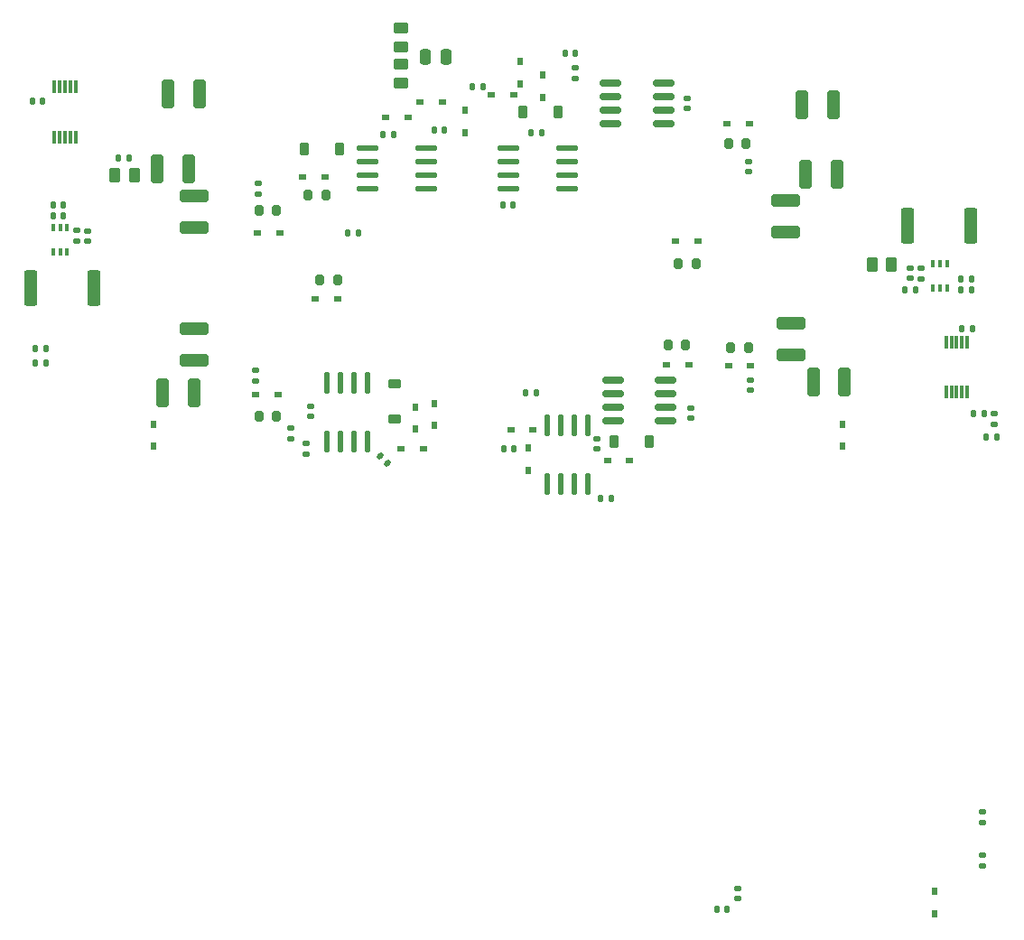
<source format=gbp>
G04 #@! TF.GenerationSoftware,KiCad,Pcbnew,8.0.6*
G04 #@! TF.CreationDate,2025-05-10T14:29:50+10:00*
G04 #@! TF.ProjectId,MPPT_V3,4d505054-5f56-4332-9e6b-696361645f70,rev?*
G04 #@! TF.SameCoordinates,Original*
G04 #@! TF.FileFunction,Paste,Bot*
G04 #@! TF.FilePolarity,Positive*
%FSLAX46Y46*%
G04 Gerber Fmt 4.6, Leading zero omitted, Abs format (unit mm)*
G04 Created by KiCad (PCBNEW 8.0.6) date 2025-05-10 14:29:50*
%MOMM*%
%LPD*%
G01*
G04 APERTURE LIST*
G04 Aperture macros list*
%AMRoundRect*
0 Rectangle with rounded corners*
0 $1 Rounding radius*
0 $2 $3 $4 $5 $6 $7 $8 $9 X,Y pos of 4 corners*
0 Add a 4 corners polygon primitive as box body*
4,1,4,$2,$3,$4,$5,$6,$7,$8,$9,$2,$3,0*
0 Add four circle primitives for the rounded corners*
1,1,$1+$1,$2,$3*
1,1,$1+$1,$4,$5*
1,1,$1+$1,$6,$7*
1,1,$1+$1,$8,$9*
0 Add four rect primitives between the rounded corners*
20,1,$1+$1,$2,$3,$4,$5,0*
20,1,$1+$1,$4,$5,$6,$7,0*
20,1,$1+$1,$6,$7,$8,$9,0*
20,1,$1+$1,$8,$9,$2,$3,0*%
G04 Aperture macros list end*
%ADD10RoundRect,0.250000X-1.100000X0.325000X-1.100000X-0.325000X1.100000X-0.325000X1.100000X0.325000X0*%
%ADD11RoundRect,0.250000X-0.250000X-0.475000X0.250000X-0.475000X0.250000X0.475000X-0.250000X0.475000X0*%
%ADD12RoundRect,0.225000X-0.225000X-0.375000X0.225000X-0.375000X0.225000X0.375000X-0.225000X0.375000X0*%
%ADD13R,0.780000X0.500000*%
%ADD14R,0.300000X1.300000*%
%ADD15RoundRect,0.140000X0.170000X-0.140000X0.170000X0.140000X-0.170000X0.140000X-0.170000X-0.140000X0*%
%ADD16RoundRect,0.200000X-0.200000X-0.275000X0.200000X-0.275000X0.200000X0.275000X-0.200000X0.275000X0*%
%ADD17RoundRect,0.250000X0.325000X1.100000X-0.325000X1.100000X-0.325000X-1.100000X0.325000X-1.100000X0*%
%ADD18O,2.050000X0.590000*%
%ADD19RoundRect,0.140000X0.140000X0.170000X-0.140000X0.170000X-0.140000X-0.170000X0.140000X-0.170000X0*%
%ADD20RoundRect,0.250000X0.262500X0.450000X-0.262500X0.450000X-0.262500X-0.450000X0.262500X-0.450000X0*%
%ADD21RoundRect,0.135000X-0.135000X-0.185000X0.135000X-0.185000X0.135000X0.185000X-0.135000X0.185000X0*%
%ADD22RoundRect,0.150000X-0.825000X-0.150000X0.825000X-0.150000X0.825000X0.150000X-0.825000X0.150000X0*%
%ADD23RoundRect,0.140000X-0.170000X0.140000X-0.170000X-0.140000X0.170000X-0.140000X0.170000X0.140000X0*%
%ADD24RoundRect,0.140000X-0.140000X-0.170000X0.140000X-0.170000X0.140000X0.170000X-0.140000X0.170000X0*%
%ADD25RoundRect,0.135000X0.185000X-0.135000X0.185000X0.135000X-0.185000X0.135000X-0.185000X-0.135000X0*%
%ADD26R,0.500000X0.780000*%
%ADD27RoundRect,0.135000X0.135000X0.185000X-0.135000X0.185000X-0.135000X-0.185000X0.135000X-0.185000X0*%
%ADD28RoundRect,0.250000X0.362500X1.425000X-0.362500X1.425000X-0.362500X-1.425000X0.362500X-1.425000X0*%
%ADD29RoundRect,0.200000X0.200000X0.275000X-0.200000X0.275000X-0.200000X-0.275000X0.200000X-0.275000X0*%
%ADD30RoundRect,0.225000X-0.375000X0.225000X-0.375000X-0.225000X0.375000X-0.225000X0.375000X0.225000X0*%
%ADD31R,0.400000X0.800000*%
%ADD32RoundRect,0.250000X-0.362500X-1.425000X0.362500X-1.425000X0.362500X1.425000X-0.362500X1.425000X0*%
%ADD33RoundRect,0.250000X-0.325000X-1.100000X0.325000X-1.100000X0.325000X1.100000X-0.325000X1.100000X0*%
%ADD34RoundRect,0.250000X-0.262500X-0.450000X0.262500X-0.450000X0.262500X0.450000X-0.262500X0.450000X0*%
%ADD35RoundRect,0.135000X-0.185000X0.135000X-0.185000X-0.135000X0.185000X-0.135000X0.185000X0.135000X0*%
%ADD36RoundRect,0.250000X1.100000X-0.325000X1.100000X0.325000X-1.100000X0.325000X-1.100000X-0.325000X0*%
%ADD37RoundRect,0.225000X0.225000X0.375000X-0.225000X0.375000X-0.225000X-0.375000X0.225000X-0.375000X0*%
%ADD38O,0.590000X2.050000*%
%ADD39RoundRect,0.250000X-0.450000X0.262500X-0.450000X-0.262500X0.450000X-0.262500X0.450000X0.262500X0*%
%ADD40RoundRect,0.140000X0.219203X0.021213X0.021213X0.219203X-0.219203X-0.021213X-0.021213X-0.219203X0*%
%ADD41RoundRect,0.150000X0.825000X0.150000X-0.825000X0.150000X-0.825000X-0.150000X0.825000X-0.150000X0*%
G04 APERTURE END LIST*
D10*
X101000000Y-75550000D03*
X101000000Y-78500000D03*
D11*
X122700000Y-62500000D03*
X124600000Y-62500000D03*
D12*
X131800000Y-67700000D03*
X135100000Y-67700000D03*
D13*
X120420000Y-99250000D03*
X122500000Y-99250000D03*
D14*
X173500000Y-93950000D03*
X173000000Y-93950000D03*
X172500000Y-93950000D03*
X172000000Y-93950000D03*
X171500000Y-93950000D03*
X171500000Y-89250000D03*
X172000000Y-89250000D03*
X172500000Y-89250000D03*
X173000000Y-89250000D03*
X173500000Y-89250000D03*
D15*
X106800000Y-92880000D03*
X106800000Y-91920000D03*
D16*
X151300000Y-89800000D03*
X152950000Y-89800000D03*
D17*
X100500000Y-73000000D03*
X97550000Y-73000000D03*
D18*
X130460000Y-74910000D03*
X130460000Y-73630000D03*
X130460000Y-72370000D03*
X130460000Y-71100000D03*
X136000000Y-71100000D03*
X136000000Y-72370000D03*
X136000000Y-73630000D03*
X136000000Y-74910000D03*
D17*
X101475000Y-66000000D03*
X98525000Y-66000000D03*
D19*
X140100000Y-103900000D03*
X139140000Y-103900000D03*
D13*
X147405000Y-91400000D03*
X145325000Y-91400000D03*
D20*
X95415000Y-73650000D03*
X93590000Y-73650000D03*
D13*
X106760000Y-94200000D03*
X108840000Y-94200000D03*
D21*
X86080000Y-89850000D03*
X87100000Y-89850000D03*
D18*
X122770000Y-71090000D03*
X122770000Y-72370000D03*
X122770000Y-73630000D03*
X122770000Y-74900000D03*
X117230000Y-74900000D03*
X117230000Y-73630000D03*
X117230000Y-72370000D03*
X117230000Y-71090000D03*
D19*
X86790000Y-66700000D03*
X85830000Y-66700000D03*
D22*
X140050000Y-68810000D03*
X140050000Y-67540000D03*
X140050000Y-66270000D03*
X140050000Y-65000000D03*
X145000000Y-65000000D03*
X145000000Y-66270000D03*
X145000000Y-67540000D03*
X145000000Y-68810000D03*
D23*
X138800000Y-98320000D03*
X138800000Y-99280000D03*
D24*
X87790000Y-77400000D03*
X88750000Y-77400000D03*
D13*
X128860000Y-66100000D03*
X130940000Y-66100000D03*
D15*
X107000000Y-75360000D03*
X107000000Y-74400000D03*
D25*
X110100000Y-98319998D03*
X110100000Y-97300000D03*
D26*
X121750000Y-97440000D03*
X121750000Y-95360000D03*
D19*
X124480000Y-69400000D03*
X123520000Y-69400000D03*
D27*
X116409999Y-79000000D03*
X115390001Y-79000000D03*
D24*
X132620000Y-69600000D03*
X133580000Y-69600000D03*
D28*
X91625000Y-84200000D03*
X85700000Y-84200000D03*
D26*
X132300000Y-101280000D03*
X132300000Y-99200000D03*
D29*
X113325000Y-75500000D03*
X111675000Y-75500000D03*
D30*
X119760589Y-93210589D03*
X119760589Y-96510589D03*
D31*
X87800000Y-78500000D03*
X88450000Y-78500000D03*
X89100000Y-78500000D03*
X89100000Y-80800000D03*
X88450000Y-80800000D03*
X87800000Y-80800000D03*
D25*
X174950000Y-134350000D03*
X174950000Y-133330000D03*
D32*
X167875000Y-78400000D03*
X173800000Y-78400000D03*
D17*
X101000000Y-94000000D03*
X98050000Y-94000000D03*
D25*
X176000000Y-97020000D03*
X176000000Y-96000000D03*
D16*
X145450000Y-89500000D03*
X147100000Y-89500000D03*
D21*
X86090000Y-91250000D03*
X87110000Y-91250000D03*
D23*
X90000000Y-78800000D03*
X90000000Y-79760000D03*
D15*
X169150000Y-83330000D03*
X169150000Y-82370000D03*
D16*
X151100000Y-70650000D03*
X152750000Y-70650000D03*
D26*
X126400000Y-69640000D03*
X126400000Y-67560000D03*
D15*
X111960589Y-96260589D03*
X111960589Y-95300589D03*
D33*
X158000000Y-67000000D03*
X160950000Y-67000000D03*
D13*
X130685000Y-97500000D03*
X132765000Y-97500000D03*
X121040000Y-68200000D03*
X118960000Y-68200000D03*
D16*
X146425000Y-81900000D03*
X148075000Y-81900000D03*
D26*
X170400000Y-140760000D03*
X170400000Y-142840000D03*
X131600000Y-62960000D03*
X131600000Y-65040000D03*
D34*
X164562500Y-81975000D03*
X166387500Y-81975000D03*
D24*
X173010000Y-88000000D03*
X173970000Y-88000000D03*
D35*
X174950000Y-137340000D03*
X174950000Y-138360000D03*
D13*
X139760000Y-100400000D03*
X141840000Y-100400000D03*
D21*
X174050000Y-95950000D03*
X175070000Y-95950000D03*
D13*
X153190000Y-91500000D03*
X151110000Y-91500000D03*
D19*
X150980000Y-142450000D03*
X150020000Y-142450000D03*
D23*
X152000000Y-140470000D03*
X152000000Y-141430000D03*
D29*
X114425000Y-83400000D03*
X112775000Y-83400000D03*
D14*
X89900000Y-70050000D03*
X89400000Y-70050000D03*
X88900000Y-70050000D03*
X88400000Y-70050000D03*
X87900000Y-70050000D03*
X87900000Y-65350000D03*
X88400000Y-65350000D03*
X88900000Y-65350000D03*
X89400000Y-65350000D03*
X89900000Y-65350000D03*
D31*
X171600000Y-84200000D03*
X170950000Y-84200000D03*
X170300000Y-84200000D03*
X170300000Y-81900000D03*
X170950000Y-81900000D03*
X171600000Y-81900000D03*
D36*
X157000000Y-90450000D03*
X157000000Y-87500000D03*
D23*
X153000000Y-72320000D03*
X153000000Y-73280000D03*
D15*
X168150000Y-83310000D03*
X168150000Y-82350000D03*
D29*
X108725000Y-96200000D03*
X107075000Y-96200000D03*
D26*
X123500000Y-97100589D03*
X123500000Y-95020589D03*
D23*
X153200000Y-92840000D03*
X153200000Y-93800000D03*
D13*
X106960000Y-79000000D03*
X109040000Y-79000000D03*
D23*
X147600000Y-95440000D03*
X147600000Y-96400000D03*
D19*
X128060000Y-65300000D03*
X127100000Y-65300000D03*
D12*
X140350000Y-98600000D03*
X143650000Y-98600000D03*
D21*
X175230000Y-98150000D03*
X176250000Y-98150000D03*
D13*
X112360000Y-85200000D03*
X114440000Y-85200000D03*
D19*
X130900000Y-76400000D03*
X129940000Y-76400000D03*
D37*
X114650000Y-71200000D03*
X111350000Y-71200000D03*
D33*
X159050000Y-93000000D03*
X162000000Y-93000000D03*
D13*
X148240000Y-79800000D03*
X146160000Y-79800000D03*
D24*
X172920000Y-84350000D03*
X173880000Y-84350000D03*
X135800000Y-62200000D03*
X136760000Y-62200000D03*
X172920000Y-83330000D03*
X173880000Y-83330000D03*
D35*
X136700000Y-63580002D03*
X136700000Y-64600000D03*
D29*
X108750000Y-76900000D03*
X107100000Y-76900000D03*
D21*
X132090001Y-94000000D03*
X133109999Y-94000000D03*
D38*
X137910000Y-102570000D03*
X136630000Y-102570000D03*
X135370000Y-102570000D03*
X134100000Y-102570000D03*
X134100000Y-97030000D03*
X135370000Y-97030000D03*
X136630000Y-97030000D03*
X137910000Y-97030000D03*
D24*
X87790000Y-76450000D03*
X88750000Y-76450000D03*
D21*
X167640000Y-84350000D03*
X168660000Y-84350000D03*
D38*
X117298089Y-98630589D03*
X116018089Y-98630589D03*
X114758089Y-98630589D03*
X113488089Y-98630589D03*
X113488089Y-93090589D03*
X114758089Y-93090589D03*
X116018089Y-93090589D03*
X117298089Y-93090589D03*
D23*
X91000000Y-78840000D03*
X91000000Y-79800000D03*
D39*
X120400000Y-63187500D03*
X120400000Y-65012500D03*
D15*
X111500000Y-99760000D03*
X111500000Y-98800000D03*
D24*
X130020000Y-99300000D03*
X130980000Y-99300000D03*
D21*
X93880000Y-72000000D03*
X94900000Y-72000000D03*
D26*
X133700000Y-66340000D03*
X133700000Y-64260000D03*
D33*
X158300000Y-73500000D03*
X161250000Y-73500000D03*
D24*
X118720000Y-69800000D03*
X119680000Y-69800000D03*
D13*
X153080000Y-68800000D03*
X151000000Y-68800000D03*
D26*
X97200000Y-96960000D03*
X97200000Y-99040000D03*
D39*
X120400000Y-59775000D03*
X120400000Y-61600000D03*
D13*
X124280000Y-66800000D03*
X122200000Y-66800000D03*
D26*
X161800000Y-96960000D03*
X161800000Y-99040000D03*
D40*
X119100000Y-100600000D03*
X118421178Y-99921178D03*
D23*
X147200000Y-66400000D03*
X147200000Y-67360000D03*
D36*
X101000000Y-91000000D03*
X101000000Y-88050000D03*
D41*
X145200000Y-92800000D03*
X145200000Y-94070000D03*
X145200000Y-95340000D03*
X145200000Y-96610000D03*
X140250000Y-96610000D03*
X140250000Y-95340000D03*
X140250000Y-94070000D03*
X140250000Y-92800000D03*
D10*
X156500000Y-76025000D03*
X156500000Y-78975000D03*
D13*
X111160000Y-73800000D03*
X113240000Y-73800000D03*
M02*

</source>
